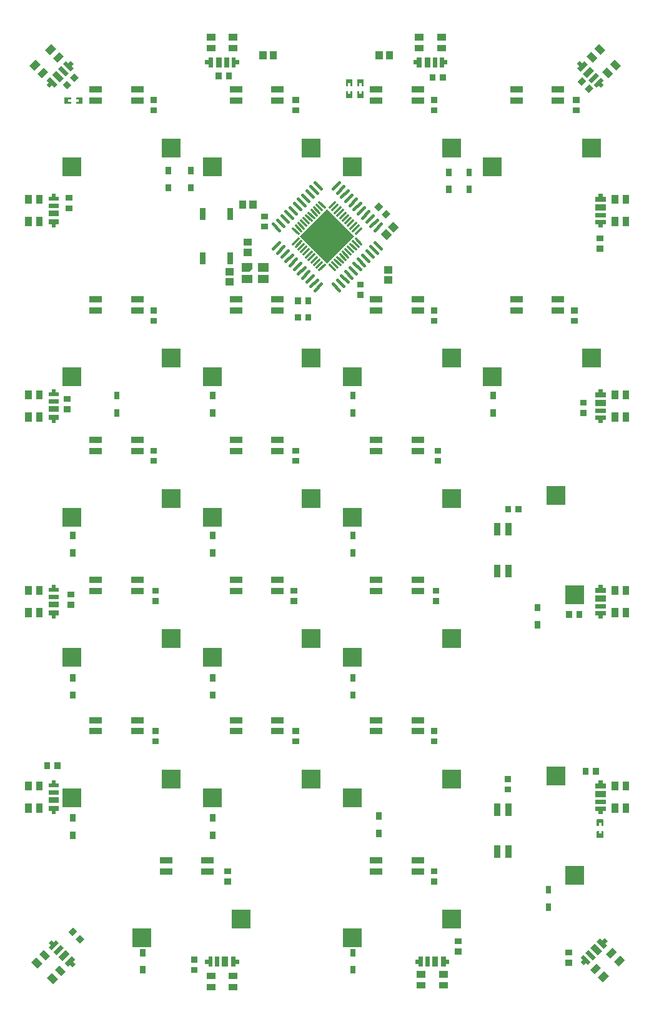
<source format=gbp>
G04 Layer: BottomPasteMaskLayer*
G04 EasyEDA v6.4.25, 2022-01-12T23:06:35+11:00*
G04 f164c25aadf14f42abcd0731058902df,bd1e99ad82f14e1cb325c08acf502db4,10*
G04 Gerber Generator version 0.2*
G04 Scale: 100 percent, Rotated: No, Reflected: No *
G04 Dimensions in millimeters *
G04 leading zeros omitted , absolute positions ,4 integer and 5 decimal *
%FSLAX45Y45*%
%MOMM*%

%ADD22C,0.3000*%
%ADD23C,0.4480*%
%ADD24R,1.8000X0.8200*%
%ADD25R,2.5500X2.5000*%
%ADD26R,0.8200X1.8000*%
%ADD27R,2.5000X2.5500*%

%LPD*%
G36*
X7910017Y-11059515D02*
G01*
X7904988Y-11064494D01*
X7904988Y-11144504D01*
X7910017Y-11149482D01*
X7990027Y-11149482D01*
X7995005Y-11144504D01*
X7995005Y-11064494D01*
X7990027Y-11059515D01*
X7965795Y-11059515D01*
X7965795Y-11096498D01*
X7932775Y-11096498D01*
X7932775Y-11059515D01*
G37*
G36*
X7910017Y-10900511D02*
G01*
X7904988Y-10905490D01*
X7904988Y-10984484D01*
X7910017Y-10989513D01*
X7932775Y-10989513D01*
X7932775Y-10951514D01*
X7965795Y-10951514D01*
X7965795Y-10989513D01*
X7990027Y-10989513D01*
X7995005Y-10984484D01*
X7995005Y-10905490D01*
X7990027Y-10900511D01*
G37*
G36*
X693013Y-1117498D02*
G01*
X687984Y-1122527D01*
X687984Y-1202486D01*
X693013Y-1207516D01*
X772972Y-1207516D01*
X778002Y-1202486D01*
X778002Y-1178306D01*
X741019Y-1178306D01*
X741019Y-1145286D01*
X778002Y-1145286D01*
X778002Y-1122527D01*
X772972Y-1117498D01*
G37*
G36*
X852982Y-1117498D02*
G01*
X848004Y-1122527D01*
X848004Y-1145286D01*
X886002Y-1145286D01*
X886002Y-1178306D01*
X848004Y-1178306D01*
X848004Y-1202486D01*
X852982Y-1207516D01*
X931976Y-1207516D01*
X937006Y-1202486D01*
X937006Y-1122527D01*
X931976Y-1117498D01*
G37*
G36*
X4510024Y-1034491D02*
G01*
X4504994Y-1039520D01*
X4504994Y-1119479D01*
X4510024Y-1124508D01*
X4589983Y-1124508D01*
X4595012Y-1119479D01*
X4595012Y-1039520D01*
X4589983Y-1034491D01*
X4565802Y-1034491D01*
X4565802Y-1071524D01*
X4532782Y-1071524D01*
X4532782Y-1034491D01*
G37*
G36*
X4510024Y-875487D02*
G01*
X4504994Y-880516D01*
X4504994Y-959510D01*
X4510024Y-964488D01*
X4532782Y-964488D01*
X4532782Y-926490D01*
X4565802Y-926490D01*
X4565802Y-964488D01*
X4589983Y-964488D01*
X4595012Y-959510D01*
X4595012Y-880516D01*
X4589983Y-875487D01*
G37*
G36*
X4659985Y-1034491D02*
G01*
X4655007Y-1039520D01*
X4655007Y-1119479D01*
X4659985Y-1124508D01*
X4739995Y-1124508D01*
X4745024Y-1119479D01*
X4745024Y-1039520D01*
X4739995Y-1034491D01*
X4715814Y-1034491D01*
X4715814Y-1071524D01*
X4682794Y-1071524D01*
X4682794Y-1034491D01*
G37*
G36*
X4659985Y-875487D02*
G01*
X4655007Y-880516D01*
X4655007Y-959510D01*
X4659985Y-964488D01*
X4682794Y-964488D01*
X4682794Y-926490D01*
X4715814Y-926490D01*
X4715814Y-964488D01*
X4739995Y-964488D01*
X4745024Y-959510D01*
X4745024Y-880516D01*
X4739995Y-875487D01*
G37*
D22*
X4639007Y-3035226D02*
G01*
X4709716Y-3105934D01*
X4603650Y-3070583D02*
G01*
X4674359Y-3141291D01*
X4568294Y-3105939D02*
G01*
X4639002Y-3176648D01*
X4532937Y-3141296D02*
G01*
X4603645Y-3212005D01*
X4497580Y-3176653D02*
G01*
X4568289Y-3247362D01*
X4462223Y-3212010D02*
G01*
X4532932Y-3282718D01*
X4426866Y-3247367D02*
G01*
X4497575Y-3318075D01*
X4391535Y-3282723D02*
G01*
X4462244Y-3353432D01*
X4356153Y-3318080D02*
G01*
X4426861Y-3388789D01*
X4320821Y-3353437D02*
G01*
X4391530Y-3424146D01*
X4285439Y-3388794D02*
G01*
X4356148Y-3459502D01*
X4214746Y-3388794D02*
G01*
X4144037Y-3459502D01*
X4179389Y-3353437D02*
G01*
X4108681Y-3424146D01*
X4144032Y-3318080D02*
G01*
X4073324Y-3388789D01*
X4108676Y-3282723D02*
G01*
X4037967Y-3353432D01*
X4073319Y-3247367D02*
G01*
X4002610Y-3318075D01*
X4037962Y-3212010D02*
G01*
X3967253Y-3282718D01*
X4002605Y-3176653D02*
G01*
X3931897Y-3247362D01*
X3967248Y-3141322D02*
G01*
X3896540Y-3212030D01*
X3931892Y-3105939D02*
G01*
X3861183Y-3176648D01*
X3896560Y-3070608D02*
G01*
X3825852Y-3141317D01*
X3861178Y-3035226D02*
G01*
X3790469Y-3105934D01*
X3790469Y-2893824D02*
G01*
X3861178Y-2964533D01*
X3825852Y-2858442D02*
G01*
X3896560Y-2929150D01*
X3861183Y-2823110D02*
G01*
X3931892Y-2893819D01*
X3896540Y-2787728D02*
G01*
X3967248Y-2858437D01*
X3931897Y-2752397D02*
G01*
X4002605Y-2823105D01*
X3967253Y-2717040D02*
G01*
X4037962Y-2787749D01*
X4002610Y-2681683D02*
G01*
X4073319Y-2752392D01*
X4037967Y-2646326D02*
G01*
X4108676Y-2717035D01*
X4073324Y-2610970D02*
G01*
X4144032Y-2681678D01*
X4108681Y-2575613D02*
G01*
X4179389Y-2646321D01*
X4144037Y-2540256D02*
G01*
X4214746Y-2610965D01*
X4356148Y-2540256D02*
G01*
X4285439Y-2610965D01*
X4391530Y-2575638D02*
G01*
X4320821Y-2646347D01*
X4426861Y-2610970D02*
G01*
X4356153Y-2681678D01*
X4462244Y-2646326D02*
G01*
X4391535Y-2717035D01*
X4497575Y-2681683D02*
G01*
X4426866Y-2752392D01*
X4532932Y-2717040D02*
G01*
X4462223Y-2787749D01*
X4568289Y-2752397D02*
G01*
X4497580Y-2823105D01*
X4603645Y-2787754D02*
G01*
X4532937Y-2858462D01*
X4639002Y-2823110D02*
G01*
X4568294Y-2893819D01*
X4674359Y-2858467D02*
G01*
X4603650Y-2929176D01*
X4709716Y-2893824D02*
G01*
X4639007Y-2964533D01*
D23*
X4895154Y-3079485D02*
G01*
X4982550Y-3166882D01*
X4838588Y-3136051D02*
G01*
X4925984Y-3223447D01*
X4782022Y-3192617D02*
G01*
X4869418Y-3280013D01*
X4725456Y-3249183D02*
G01*
X4812852Y-3336579D01*
X4668890Y-3305749D02*
G01*
X4756287Y-3393145D01*
X4612325Y-3362314D02*
G01*
X4699721Y-3449711D01*
X4555733Y-3418880D02*
G01*
X4643130Y-3506276D01*
X4499193Y-3475446D02*
G01*
X4586589Y-3562842D01*
X4442602Y-3532037D02*
G01*
X4529998Y-3619433D01*
X4386061Y-3588578D02*
G01*
X4473458Y-3675974D01*
X4329470Y-3645169D02*
G01*
X4416866Y-3732565D01*
X4083141Y-3732565D02*
G01*
X4170537Y-3645169D01*
X4026550Y-3675974D02*
G01*
X4113946Y-3588578D01*
X3969984Y-3619433D02*
G01*
X4057380Y-3532037D01*
X3913418Y-3562842D02*
G01*
X4000814Y-3475446D01*
X3856852Y-3506276D02*
G01*
X3944249Y-3418880D01*
X3800287Y-3449711D02*
G01*
X3887683Y-3362314D01*
X3743721Y-3393145D02*
G01*
X3831117Y-3305749D01*
X3687155Y-3336579D02*
G01*
X3774551Y-3249183D01*
X3630589Y-3280013D02*
G01*
X3717985Y-3192617D01*
X3574023Y-3223447D02*
G01*
X3661420Y-3136051D01*
X3517432Y-3166882D02*
G01*
X3604828Y-3079485D01*
X3517432Y-2833131D02*
G01*
X3604828Y-2920527D01*
X3574023Y-2776565D02*
G01*
X3661420Y-2863961D01*
X3630589Y-2719999D02*
G01*
X3717985Y-2807395D01*
X3687155Y-2663408D02*
G01*
X3774551Y-2750804D01*
X3743721Y-2606868D02*
G01*
X3831117Y-2694264D01*
X3800287Y-2550276D02*
G01*
X3887683Y-2637673D01*
X3856852Y-2493711D02*
G01*
X3944249Y-2581107D01*
X3913418Y-2437145D02*
G01*
X4000814Y-2524541D01*
X3969984Y-2380579D02*
G01*
X4057380Y-2467975D01*
X4026550Y-2324013D02*
G01*
X4113946Y-2411409D01*
X4083141Y-2267447D02*
G01*
X4170537Y-2354844D01*
X4329470Y-2354844D02*
G01*
X4416866Y-2267447D01*
X4386061Y-2411409D02*
G01*
X4473458Y-2324013D01*
X4442602Y-2467975D02*
G01*
X4529998Y-2380579D01*
X4499193Y-2524541D02*
G01*
X4586589Y-2437145D01*
X4555733Y-2581107D02*
G01*
X4643130Y-2493711D01*
X4612325Y-2637673D02*
G01*
X4699721Y-2550276D01*
X4668890Y-2694264D02*
G01*
X4756287Y-2606868D01*
X4725456Y-2750804D02*
G01*
X4812852Y-2663408D01*
X4782022Y-2807395D02*
G01*
X4869418Y-2719999D01*
X4838588Y-2863961D02*
G01*
X4925984Y-2776565D01*
X4895154Y-2920527D02*
G01*
X4982550Y-2833131D01*
D24*
G01*
X3014522Y-1157554D03*
G01*
X3014522Y-1007541D03*
G01*
X3579545Y-1007541D03*
G01*
X3579545Y-1157554D03*
D25*
G01*
X4035958Y-1803907D03*
G01*
X2690952Y-2057907D03*
D24*
G01*
X4914442Y-1157554D03*
G01*
X4914442Y-1007541D03*
G01*
X5479465Y-1007541D03*
G01*
X5479465Y-1157554D03*
D25*
G01*
X5935878Y-1803907D03*
G01*
X4590897Y-2057907D03*
D24*
G01*
X6814616Y-1157554D03*
G01*
X6814616Y-1007541D03*
G01*
X7379639Y-1007541D03*
G01*
X7379639Y-1157554D03*
D25*
G01*
X7836052Y-1803907D03*
G01*
X6491071Y-2057907D03*
D24*
G01*
X1114602Y-4007688D03*
G01*
X1114602Y-3857675D03*
G01*
X1679625Y-3857675D03*
G01*
X1679625Y-4007688D03*
D25*
G01*
X2136038Y-4654042D03*
G01*
X791057Y-4908042D03*
D24*
G01*
X3014522Y-4007688D03*
G01*
X3014522Y-3857675D03*
G01*
X3579545Y-3857675D03*
G01*
X3579545Y-4007688D03*
D25*
G01*
X4035958Y-4654042D03*
G01*
X2690952Y-4908042D03*
D24*
G01*
X4914569Y-4007637D03*
G01*
X4914569Y-3857650D03*
G01*
X5479567Y-3857650D03*
G01*
X5479567Y-4007662D03*
D25*
G01*
X5936005Y-4653991D03*
G01*
X4590999Y-4907991D03*
D24*
G01*
X6814616Y-4007688D03*
G01*
X6814616Y-3857675D03*
G01*
X7379639Y-3857675D03*
G01*
X7379639Y-4007688D03*
D25*
G01*
X7836052Y-4654042D03*
G01*
X6491071Y-4908042D03*
D24*
G01*
X1114552Y-5907633D03*
G01*
X1114552Y-5757646D03*
G01*
X1679575Y-5757646D03*
G01*
X1679575Y-5907659D03*
D25*
G01*
X2135987Y-6554012D03*
G01*
X791006Y-6808012D03*
D24*
G01*
X3014522Y-5907608D03*
G01*
X3014522Y-5757595D03*
G01*
X3579545Y-5757595D03*
G01*
X3579545Y-5907608D03*
D25*
G01*
X4035958Y-6553962D03*
G01*
X2690952Y-6807962D03*
D24*
G01*
X4914442Y-5907608D03*
G01*
X4914442Y-5757595D03*
G01*
X5479465Y-5757595D03*
G01*
X5479465Y-5907608D03*
D25*
G01*
X5935878Y-6553962D03*
G01*
X4590897Y-6807962D03*
D26*
G01*
X6707708Y-7535367D03*
G01*
X6557695Y-7535367D03*
G01*
X6557695Y-6970344D03*
G01*
X6707708Y-6970344D03*
D27*
G01*
X7354061Y-6513931D03*
G01*
X7608061Y-7858937D03*
D24*
G01*
X1114602Y-7807528D03*
G01*
X1114602Y-7657515D03*
G01*
X1679625Y-7657515D03*
G01*
X1679625Y-7807528D03*
D25*
G01*
X2136038Y-8453881D03*
G01*
X791057Y-8707881D03*
D24*
G01*
X3014522Y-7807528D03*
G01*
X3014522Y-7657515D03*
G01*
X3579545Y-7657515D03*
G01*
X3579545Y-7807528D03*
D25*
G01*
X4035958Y-8453881D03*
G01*
X2690952Y-8707881D03*
D24*
G01*
X4914442Y-7807528D03*
G01*
X4914442Y-7657515D03*
G01*
X5479465Y-7657515D03*
G01*
X5479465Y-7807528D03*
D25*
G01*
X5935878Y-8453881D03*
G01*
X4590897Y-8707881D03*
D24*
G01*
X1114602Y-9707702D03*
G01*
X1114602Y-9557689D03*
G01*
X1679625Y-9557689D03*
G01*
X1679625Y-9707702D03*
D25*
G01*
X2136038Y-10354055D03*
G01*
X791057Y-10608055D03*
D24*
G01*
X3014522Y-9707702D03*
G01*
X3014522Y-9557689D03*
G01*
X3579545Y-9557689D03*
G01*
X3579545Y-9707702D03*
D25*
G01*
X4035958Y-10354055D03*
G01*
X2690952Y-10608055D03*
D24*
G01*
X4914442Y-9707702D03*
G01*
X4914442Y-9557689D03*
G01*
X5479465Y-9557689D03*
G01*
X5479465Y-9707702D03*
D25*
G01*
X5935878Y-10354055D03*
G01*
X4590897Y-10608055D03*
D26*
G01*
X6707708Y-11335461D03*
G01*
X6557695Y-11335461D03*
G01*
X6557695Y-10770438D03*
G01*
X6707708Y-10770438D03*
D27*
G01*
X7354061Y-10314025D03*
G01*
X7608061Y-11659006D03*
D24*
G01*
X2064562Y-11607622D03*
G01*
X2064562Y-11457609D03*
G01*
X2629585Y-11457609D03*
G01*
X2629585Y-11607622D03*
D25*
G01*
X3085998Y-12253976D03*
G01*
X1741017Y-12507976D03*
D24*
G01*
X4914442Y-11607622D03*
G01*
X4914442Y-11457609D03*
G01*
X5479465Y-11457609D03*
G01*
X5479465Y-11607622D03*
D25*
G01*
X5935878Y-12253976D03*
G01*
X4590897Y-12507976D03*
D24*
G01*
X1114552Y-1157630D03*
G01*
X1114552Y-1007643D03*
G01*
X1679575Y-1007643D03*
G01*
X1679575Y-1157655D03*
D25*
G01*
X2135987Y-1804009D03*
G01*
X791006Y-2058009D03*
G36*
X8104997Y-10689996D02*
G01*
X8104997Y-10809996D01*
X8195000Y-10809996D01*
X8195000Y-10689996D01*
G37*
G36*
X8255010Y-10689996D02*
G01*
X8255010Y-10809996D01*
X8345012Y-10809996D01*
X8345012Y-10689996D01*
G37*
G36*
X8255010Y-10389996D02*
G01*
X8255010Y-10509996D01*
X8345012Y-10509996D01*
X8345012Y-10389996D01*
G37*
G36*
X8104997Y-10389996D02*
G01*
X8104997Y-10509996D01*
X8195000Y-10509996D01*
X8195000Y-10389996D01*
G37*
G36*
X7901508Y-12853784D02*
G01*
X7816654Y-12938638D01*
X7880296Y-13002277D01*
X7965147Y-12917426D01*
G37*
G36*
X8007581Y-12959859D02*
G01*
X7922729Y-13044711D01*
X7986369Y-13108353D01*
X8071223Y-13023499D01*
G37*
G36*
X8219714Y-12747726D02*
G01*
X8134860Y-12832580D01*
X8198502Y-12896220D01*
X8283354Y-12811368D01*
G37*
G36*
X8113638Y-12641653D02*
G01*
X8028785Y-12726504D01*
X8092427Y-12790147D01*
X8177281Y-12705293D01*
G37*
G36*
X5585002Y-12954998D02*
G01*
X5465003Y-12954998D01*
X5465003Y-13045000D01*
X5585002Y-13045000D01*
G37*
G36*
X5585002Y-13105010D02*
G01*
X5465003Y-13105010D01*
X5465003Y-13195012D01*
X5585002Y-13195012D01*
G37*
G36*
X5885002Y-13105010D02*
G01*
X5765002Y-13105010D01*
X5765002Y-13195012D01*
X5885002Y-13195012D01*
G37*
G36*
X5885002Y-12954998D02*
G01*
X5765002Y-12954998D01*
X5765002Y-13045000D01*
X5885002Y-13045000D01*
G37*
G36*
X2735003Y-12979996D02*
G01*
X2615003Y-12979996D01*
X2615003Y-13069999D01*
X2735003Y-13069999D01*
G37*
G36*
X2735003Y-13130009D02*
G01*
X2615003Y-13130009D01*
X2615003Y-13220011D01*
X2735003Y-13220011D01*
G37*
G36*
X3035002Y-13130009D02*
G01*
X2915003Y-13130009D01*
X2915003Y-13220011D01*
X3035002Y-13220011D01*
G37*
G36*
X3035002Y-12979996D02*
G01*
X2915003Y-12979996D01*
X2915003Y-13069999D01*
X3035002Y-13069999D01*
G37*
G36*
X496216Y-12751508D02*
G01*
X411363Y-12666654D01*
X347723Y-12730297D01*
X432574Y-12815148D01*
G37*
G36*
X390141Y-12857581D02*
G01*
X305290Y-12772730D01*
X241647Y-12836370D01*
X326501Y-12921223D01*
G37*
G36*
X602274Y-13069714D02*
G01*
X517420Y-12984861D01*
X453781Y-13048503D01*
X538632Y-13133354D01*
G37*
G36*
X708347Y-12963639D02*
G01*
X623496Y-12878785D01*
X559854Y-12942427D01*
X644707Y-13027281D01*
G37*
G36*
X395003Y-10510001D02*
G01*
X395003Y-10390002D01*
X305000Y-10390002D01*
X305000Y-10510001D01*
G37*
G36*
X244990Y-10510001D02*
G01*
X244990Y-10390002D01*
X154988Y-10390002D01*
X154988Y-10510001D01*
G37*
G36*
X244990Y-10810001D02*
G01*
X244990Y-10690001D01*
X154988Y-10690001D01*
X154988Y-10810001D01*
G37*
G36*
X395003Y-10810001D02*
G01*
X395003Y-10690001D01*
X305000Y-10690001D01*
X305000Y-10810001D01*
G37*
G36*
X395003Y-7860002D02*
G01*
X395003Y-7740002D01*
X305000Y-7740002D01*
X305000Y-7860002D01*
G37*
G36*
X244990Y-7860002D02*
G01*
X244990Y-7740002D01*
X154988Y-7740002D01*
X154988Y-7860002D01*
G37*
G36*
X244990Y-8160001D02*
G01*
X244990Y-8040001D01*
X154988Y-8040001D01*
X154988Y-8160001D01*
G37*
G36*
X395003Y-8160001D02*
G01*
X395003Y-8040001D01*
X305000Y-8040001D01*
X305000Y-8160001D01*
G37*
G36*
X395003Y-5210002D02*
G01*
X395003Y-5090002D01*
X305000Y-5090002D01*
X305000Y-5210002D01*
G37*
G36*
X244990Y-5210002D02*
G01*
X244990Y-5090002D01*
X154988Y-5090002D01*
X154988Y-5210002D01*
G37*
G36*
X244990Y-5510001D02*
G01*
X244990Y-5390001D01*
X154988Y-5390004D01*
X154988Y-5510001D01*
G37*
G36*
X395003Y-5510001D02*
G01*
X395003Y-5390001D01*
X305000Y-5390001D01*
X305000Y-5510001D01*
G37*
G36*
X395003Y-2560002D02*
G01*
X395003Y-2440002D01*
X305000Y-2440002D01*
X305000Y-2560002D01*
G37*
G36*
X244990Y-2560002D02*
G01*
X244990Y-2440002D01*
X154988Y-2440002D01*
X154988Y-2560002D01*
G37*
G36*
X244990Y-2860001D02*
G01*
X244990Y-2740002D01*
X154988Y-2740002D01*
X154988Y-2860001D01*
G37*
G36*
X395003Y-2860001D02*
G01*
X395003Y-2740002D01*
X305000Y-2740002D01*
X305000Y-2860001D01*
G37*
G36*
X8104997Y-8039996D02*
G01*
X8104997Y-8159996D01*
X8195000Y-8159996D01*
X8195000Y-8039996D01*
G37*
G36*
X8255010Y-8039996D02*
G01*
X8255010Y-8159996D01*
X8345012Y-8159996D01*
X8345012Y-8039996D01*
G37*
G36*
X8255010Y-7739997D02*
G01*
X8255010Y-7859996D01*
X8345012Y-7859996D01*
X8345012Y-7739997D01*
G37*
G36*
X8104997Y-7739997D02*
G01*
X8104997Y-7859996D01*
X8195000Y-7859996D01*
X8195000Y-7739997D01*
G37*
G36*
X8104997Y-5389996D02*
G01*
X8104997Y-5509996D01*
X8195000Y-5509996D01*
X8195000Y-5389996D01*
G37*
G36*
X8255010Y-5389996D02*
G01*
X8255010Y-5509996D01*
X8345012Y-5509996D01*
X8345012Y-5389996D01*
G37*
G36*
X8255010Y-5089997D02*
G01*
X8255010Y-5209997D01*
X8345012Y-5209994D01*
X8345012Y-5089997D01*
G37*
G36*
X8104997Y-5089997D02*
G01*
X8104997Y-5209997D01*
X8195000Y-5209997D01*
X8195000Y-5089997D01*
G37*
G36*
X8104997Y-2739997D02*
G01*
X8104997Y-2859996D01*
X8195000Y-2859996D01*
X8195000Y-2739997D01*
G37*
G36*
X8255010Y-2739997D02*
G01*
X8255010Y-2859996D01*
X8345012Y-2859996D01*
X8345012Y-2739997D01*
G37*
G36*
X8255010Y-2439997D02*
G01*
X8255010Y-2559997D01*
X8345012Y-2559997D01*
X8345012Y-2439997D01*
G37*
G36*
X8104997Y-2439997D02*
G01*
X8104997Y-2559997D01*
X8195000Y-2559997D01*
X8195000Y-2439997D01*
G37*
G36*
X7978782Y-773490D02*
G01*
X8063636Y-858344D01*
X8127276Y-794702D01*
X8042424Y-709851D01*
G37*
G36*
X8084858Y-667418D02*
G01*
X8169709Y-752269D01*
X8233351Y-688629D01*
X8148497Y-603775D01*
G37*
G36*
X7872724Y-455284D02*
G01*
X7957578Y-540138D01*
X8021218Y-476496D01*
X7936367Y-391645D01*
G37*
G36*
X7766651Y-561360D02*
G01*
X7851503Y-646214D01*
X7915145Y-582571D01*
X7830291Y-497718D01*
G37*
G36*
X5739998Y-495002D02*
G01*
X5859998Y-495002D01*
X5859998Y-405000D01*
X5739998Y-405000D01*
G37*
G36*
X5739998Y-344990D02*
G01*
X5859998Y-344990D01*
X5859998Y-254988D01*
X5739998Y-254988D01*
G37*
G36*
X5439999Y-344990D02*
G01*
X5559999Y-344990D01*
X5559999Y-254988D01*
X5439999Y-254988D01*
G37*
G36*
X5439999Y-495002D02*
G01*
X5559999Y-495002D01*
X5559999Y-405000D01*
X5439999Y-405000D01*
G37*
G36*
X2914997Y-495002D02*
G01*
X3034997Y-495002D01*
X3034997Y-405000D01*
X2914997Y-405000D01*
G37*
G36*
X2914997Y-344990D02*
G01*
X3034997Y-344990D01*
X3034997Y-254988D01*
X2914997Y-254988D01*
G37*
G36*
X2614998Y-344990D02*
G01*
X2734998Y-344990D01*
X2734998Y-254988D01*
X2614998Y-254988D01*
G37*
G36*
X2614998Y-495002D02*
G01*
X2734998Y-495002D01*
X2734998Y-405000D01*
X2614998Y-405000D01*
G37*
G36*
X598490Y-646216D02*
G01*
X683343Y-561362D01*
X619701Y-497723D01*
X534850Y-582574D01*
G37*
G36*
X492417Y-540141D02*
G01*
X577268Y-455289D01*
X513628Y-391647D01*
X428774Y-476501D01*
G37*
G36*
X280283Y-752274D02*
G01*
X365137Y-667420D01*
X301495Y-603780D01*
X216644Y-688632D01*
G37*
G36*
X386359Y-858347D02*
G01*
X471213Y-773496D01*
X407570Y-709853D01*
X322717Y-794707D01*
G37*
G36*
X2137501Y-2157745D02*
G01*
X2137501Y-2057742D01*
X2062500Y-2057742D01*
X2062500Y-2157745D01*
G37*
G36*
X2137501Y-2392250D02*
G01*
X2137501Y-2292248D01*
X2062500Y-2292248D01*
X2062500Y-2392250D01*
G37*
G36*
X2437500Y-2157745D02*
G01*
X2437500Y-2057742D01*
X2362499Y-2057742D01*
X2362499Y-2157745D01*
G37*
G36*
X2437500Y-2392250D02*
G01*
X2437500Y-2292248D01*
X2362499Y-2292248D01*
X2362499Y-2392250D01*
G37*
G36*
X5937501Y-2182746D02*
G01*
X5937501Y-2082744D01*
X5862500Y-2082744D01*
X5862500Y-2182746D01*
G37*
G36*
X5937501Y-2417251D02*
G01*
X5937501Y-2317249D01*
X5862500Y-2317249D01*
X5862500Y-2417251D01*
G37*
G36*
X6212499Y-2182746D02*
G01*
X6212499Y-2082744D01*
X6137498Y-2082744D01*
X6137498Y-2182746D01*
G37*
G36*
X6212499Y-2417251D02*
G01*
X6212499Y-2317249D01*
X6137498Y-2317249D01*
X6137498Y-2417251D01*
G37*
G36*
X6537500Y-5207746D02*
G01*
X6537500Y-5107744D01*
X6462499Y-5107744D01*
X6462499Y-5207746D01*
G37*
G36*
X6537500Y-5442252D02*
G01*
X6537500Y-5342249D01*
X6462499Y-5342249D01*
X6462499Y-5442252D01*
G37*
G36*
X4637501Y-5207746D02*
G01*
X4637501Y-5107744D01*
X4562500Y-5107744D01*
X4562500Y-5207746D01*
G37*
G36*
X4637501Y-5442252D02*
G01*
X4637501Y-5342249D01*
X4562500Y-5342249D01*
X4562500Y-5442252D01*
G37*
G36*
X2737500Y-5207746D02*
G01*
X2737500Y-5107744D01*
X2662499Y-5107744D01*
X2662499Y-5207746D01*
G37*
G36*
X2737500Y-5442252D02*
G01*
X2737500Y-5342249D01*
X2662499Y-5342249D01*
X2662499Y-5442252D01*
G37*
G36*
X1437500Y-5207746D02*
G01*
X1437500Y-5107744D01*
X1362499Y-5107744D01*
X1362499Y-5207746D01*
G37*
G36*
X1437500Y-5442252D02*
G01*
X1437500Y-5342249D01*
X1362499Y-5342249D01*
X1362499Y-5442252D01*
G37*
G36*
X837501Y-7107745D02*
G01*
X837501Y-7007743D01*
X762500Y-7007743D01*
X762500Y-7107745D01*
G37*
G36*
X837501Y-7342251D02*
G01*
X837501Y-7242248D01*
X762500Y-7242248D01*
X762500Y-7342251D01*
G37*
G36*
X2737500Y-7107745D02*
G01*
X2737500Y-7007743D01*
X2662499Y-7007743D01*
X2662499Y-7107745D01*
G37*
G36*
X2737500Y-7342251D02*
G01*
X2737500Y-7242248D01*
X2662499Y-7242248D01*
X2662499Y-7342251D01*
G37*
G36*
X4637501Y-7107745D02*
G01*
X4637501Y-7007743D01*
X4562500Y-7007743D01*
X4562500Y-7107745D01*
G37*
G36*
X4637501Y-7342251D02*
G01*
X4637501Y-7242248D01*
X4562500Y-7242248D01*
X4562500Y-7342251D01*
G37*
G36*
X7137501Y-8082747D02*
G01*
X7137501Y-7982745D01*
X7062500Y-7982745D01*
X7062500Y-8082747D01*
G37*
G36*
X7137501Y-8317252D02*
G01*
X7137501Y-8217250D01*
X7062500Y-8217250D01*
X7062500Y-8317252D01*
G37*
G36*
X4637501Y-9032745D02*
G01*
X4637501Y-8932743D01*
X4562500Y-8932743D01*
X4562500Y-9032745D01*
G37*
G36*
X4637501Y-9267250D02*
G01*
X4637501Y-9167248D01*
X4562500Y-9167248D01*
X4562500Y-9267250D01*
G37*
G36*
X2737500Y-9032745D02*
G01*
X2737500Y-8932743D01*
X2662499Y-8932743D01*
X2662499Y-9032745D01*
G37*
G36*
X2737500Y-9267250D02*
G01*
X2737500Y-9167248D01*
X2662499Y-9167248D01*
X2662499Y-9267250D01*
G37*
G36*
X837501Y-9032745D02*
G01*
X837501Y-8932743D01*
X762500Y-8932743D01*
X762500Y-9032745D01*
G37*
G36*
X837501Y-9267250D02*
G01*
X837501Y-9167248D01*
X762500Y-9167248D01*
X762500Y-9267250D01*
G37*
G36*
X7287501Y-11907746D02*
G01*
X7287501Y-11807743D01*
X7212500Y-11807743D01*
X7212500Y-11907746D01*
G37*
G36*
X7287501Y-12142251D02*
G01*
X7287501Y-12042249D01*
X7212500Y-12042249D01*
X7212500Y-12142251D01*
G37*
G36*
X4987500Y-10907745D02*
G01*
X4987500Y-10807743D01*
X4912499Y-10807743D01*
X4912499Y-10907745D01*
G37*
G36*
X4987500Y-11142251D02*
G01*
X4987500Y-11042248D01*
X4912499Y-11042248D01*
X4912499Y-11142251D01*
G37*
G36*
X2737500Y-10932746D02*
G01*
X2737500Y-10832744D01*
X2662499Y-10832744D01*
X2662499Y-10932746D01*
G37*
G36*
X2737500Y-11167252D02*
G01*
X2737500Y-11067249D01*
X2662499Y-11067249D01*
X2662499Y-11167252D01*
G37*
G36*
X837501Y-10932746D02*
G01*
X837501Y-10832744D01*
X762500Y-10832744D01*
X762500Y-10932746D01*
G37*
G36*
X837501Y-11167252D02*
G01*
X837501Y-11067249D01*
X762500Y-11067249D01*
X762500Y-11167252D01*
G37*
G36*
X1787499Y-12757746D02*
G01*
X1787499Y-12657744D01*
X1712498Y-12657744D01*
X1712498Y-12757746D01*
G37*
G36*
X1787499Y-12992252D02*
G01*
X1787499Y-12892250D01*
X1712498Y-12892250D01*
X1712498Y-12992252D01*
G37*
G36*
X4637501Y-12757746D02*
G01*
X4637501Y-12657744D01*
X4562500Y-12657744D01*
X4562500Y-12757746D01*
G37*
G36*
X4637501Y-12992252D02*
G01*
X4637501Y-12892250D01*
X4562500Y-12892250D01*
X4562500Y-12992252D01*
G37*
G36*
X4617806Y-2999877D02*
G01*
X4250110Y-2632181D01*
X3882415Y-2999877D01*
X4250110Y-3367570D01*
G37*
G36*
X3054990Y-2629999D02*
G01*
X3154989Y-2629999D01*
X3154989Y-2520000D01*
X3054990Y-2520000D01*
G37*
G36*
X3194989Y-2629999D02*
G01*
X3294989Y-2629999D01*
X3294989Y-2520000D01*
X3194989Y-2520000D01*
G37*
G36*
X3120001Y-3029993D02*
G01*
X3120001Y-3129988D01*
X3230001Y-3129991D01*
X3230001Y-3029991D01*
G37*
G36*
X3120001Y-3169991D02*
G01*
X3120001Y-3269990D01*
X3230001Y-3269990D01*
X3230001Y-3169991D01*
G37*
G36*
X2870001Y-3429993D02*
G01*
X2870001Y-3529987D01*
X2980001Y-3529990D01*
X2980001Y-3429990D01*
G37*
G36*
X2870001Y-3569990D02*
G01*
X2870001Y-3669990D01*
X2980001Y-3669990D01*
X2980001Y-3569990D01*
G37*
G36*
X5145968Y-2801251D02*
G01*
X5075260Y-2871960D01*
X5153040Y-2949742D01*
X5223751Y-2879031D01*
G37*
G36*
X5046974Y-2900245D02*
G01*
X4976263Y-2970956D01*
X5054046Y-3048736D01*
X5124757Y-2978028D01*
G37*
G36*
X5020002Y-3404991D02*
G01*
X5020002Y-3504986D01*
X5130002Y-3504989D01*
X5130002Y-3404989D01*
G37*
G36*
X5020002Y-3544989D02*
G01*
X5020002Y-3644988D01*
X5130002Y-3644988D01*
X5130002Y-3544989D01*
G37*
G36*
X5145008Y-495002D02*
G01*
X5045014Y-495002D01*
X5045011Y-605002D01*
X5145011Y-605002D01*
G37*
G36*
X5005011Y-495002D02*
G01*
X4905011Y-495002D01*
X4905011Y-605002D01*
X5005011Y-605002D01*
G37*
G36*
X3329993Y-604997D02*
G01*
X3429988Y-604997D01*
X3429990Y-494997D01*
X3329990Y-494997D01*
G37*
G36*
X3469990Y-604997D02*
G01*
X3569990Y-604997D01*
X3569990Y-494997D01*
X3469990Y-494997D01*
G37*
G36*
X837133Y-12799496D02*
G01*
X791176Y-12753540D01*
X692180Y-12852537D01*
X738136Y-12898493D01*
X766422Y-12870207D01*
X798240Y-12902026D01*
X837130Y-12863136D01*
X805312Y-12831318D01*
G37*
G36*
X762888Y-12725252D02*
G01*
X706320Y-12668684D01*
X607324Y-12767680D01*
X663892Y-12824251D01*
G37*
G36*
X681570Y-12643934D02*
G01*
X639142Y-12601508D01*
X540148Y-12700502D01*
X582574Y-12742928D01*
G37*
G36*
X614395Y-12576759D02*
G01*
X575503Y-12537866D01*
X543681Y-12569687D01*
X511863Y-12537869D01*
X472973Y-12576759D01*
X504791Y-12608577D01*
X476506Y-12636863D01*
X515399Y-12675755D01*
G37*
G36*
X3010001Y-12759999D02*
G01*
X2945010Y-12759999D01*
X2945010Y-12900002D01*
X3010001Y-12900002D01*
X3010001Y-12859999D01*
X3055000Y-12859999D01*
X3055000Y-12805001D01*
X3010001Y-12805001D01*
G37*
G36*
X2905005Y-12759999D02*
G01*
X2825005Y-12759999D01*
X2825005Y-12900002D01*
X2905005Y-12900002D01*
G37*
G36*
X2790002Y-12759999D02*
G01*
X2730002Y-12759999D01*
X2730002Y-12899999D01*
X2790002Y-12899999D01*
G37*
G36*
X2695000Y-12759999D02*
G01*
X2639999Y-12759999D01*
X2639999Y-12805001D01*
X2595001Y-12805001D01*
X2595001Y-12859999D01*
X2639999Y-12859999D01*
X2639999Y-12900002D01*
X2695000Y-12900002D01*
G37*
G36*
X5860000Y-12759999D02*
G01*
X5795009Y-12759999D01*
X5795009Y-12900002D01*
X5860000Y-12900002D01*
X5860000Y-12859999D01*
X5904999Y-12859999D01*
X5904999Y-12805001D01*
X5860000Y-12805001D01*
G37*
G36*
X5755004Y-12759999D02*
G01*
X5675005Y-12759999D01*
X5675005Y-12900002D01*
X5755004Y-12900002D01*
G37*
G36*
X5640001Y-12759999D02*
G01*
X5580001Y-12759999D01*
X5580001Y-12899999D01*
X5640001Y-12899999D01*
G37*
G36*
X5545000Y-12759999D02*
G01*
X5489999Y-12759999D01*
X5489999Y-12805001D01*
X5445000Y-12805001D01*
X5445000Y-12859999D01*
X5489999Y-12859999D01*
X5489999Y-12900002D01*
X5545000Y-12900002D01*
G37*
G36*
X7884998Y-10414998D02*
G01*
X7884998Y-10479991D01*
X8025000Y-10479991D01*
X8025000Y-10414998D01*
X7984997Y-10414998D01*
X7984997Y-10369999D01*
X7929999Y-10369999D01*
X7929999Y-10414998D01*
G37*
G36*
X7884998Y-10519996D02*
G01*
X7884998Y-10599996D01*
X8025000Y-10599996D01*
X8025002Y-10519994D01*
G37*
G36*
X7884998Y-10634997D02*
G01*
X7885000Y-10694997D01*
X8024997Y-10694997D01*
X8024997Y-10634997D01*
G37*
G36*
X7884998Y-10729996D02*
G01*
X7884998Y-10785000D01*
X7929999Y-10785000D01*
X7929999Y-10829998D01*
X7984997Y-10829998D01*
X7984997Y-10785000D01*
X8025000Y-10785000D01*
X8025000Y-10729996D01*
G37*
G36*
X7884998Y-7764998D02*
G01*
X7884998Y-7829991D01*
X8025000Y-7829991D01*
X8025000Y-7764998D01*
X7984997Y-7764998D01*
X7984997Y-7719999D01*
X7929999Y-7719999D01*
X7929999Y-7764998D01*
G37*
G36*
X7884998Y-7869996D02*
G01*
X7884998Y-7949996D01*
X8025000Y-7949996D01*
X8025002Y-7869994D01*
G37*
G36*
X7884998Y-7984997D02*
G01*
X7885000Y-8044997D01*
X8024997Y-8044997D01*
X8024997Y-7984997D01*
G37*
G36*
X7884998Y-8079996D02*
G01*
X7884998Y-8135000D01*
X7929999Y-8135000D01*
X7929999Y-8179998D01*
X7984997Y-8179998D01*
X7984997Y-8135000D01*
X8025000Y-8135000D01*
X8025000Y-8079996D01*
G37*
G36*
X7949496Y-12512868D02*
G01*
X7903540Y-12558824D01*
X8002536Y-12657820D01*
X8048492Y-12611864D01*
X8020207Y-12583579D01*
X8052026Y-12551760D01*
X8013136Y-12512870D01*
X7981317Y-12544689D01*
G37*
G36*
X7875252Y-12587112D02*
G01*
X7818683Y-12643680D01*
X7917680Y-12742677D01*
X7974251Y-12686108D01*
G37*
G36*
X7793934Y-12668430D02*
G01*
X7751508Y-12710858D01*
X7850502Y-12809852D01*
X7892928Y-12767426D01*
G37*
G36*
X7726758Y-12735605D02*
G01*
X7687866Y-12774498D01*
X7719687Y-12806319D01*
X7687868Y-12838137D01*
X7726758Y-12877027D01*
X7758577Y-12845209D01*
X7786862Y-12873494D01*
X7825755Y-12834602D01*
G37*
G36*
X7637866Y-725502D02*
G01*
X7683822Y-771458D01*
X7782819Y-672462D01*
X7736862Y-626506D01*
X7708577Y-654791D01*
X7676758Y-622973D01*
X7637868Y-661863D01*
X7669687Y-693681D01*
G37*
G36*
X7712110Y-799746D02*
G01*
X7768678Y-856315D01*
X7867675Y-757318D01*
X7811107Y-700747D01*
G37*
G36*
X7793428Y-881065D02*
G01*
X7835856Y-923490D01*
X7934850Y-824496D01*
X7892425Y-782071D01*
G37*
G36*
X7860604Y-948240D02*
G01*
X7899496Y-987132D01*
X7931317Y-955311D01*
X7963136Y-987130D01*
X8002026Y-948240D01*
X7970207Y-916421D01*
X7998493Y-888136D01*
X7959600Y-849243D01*
G37*
G36*
X7884998Y-2464998D02*
G01*
X7884998Y-2529989D01*
X8025000Y-2529989D01*
X8025000Y-2464998D01*
X7984997Y-2464998D01*
X7984997Y-2420000D01*
X7929999Y-2420000D01*
X7929999Y-2464998D01*
G37*
G36*
X7884998Y-2569994D02*
G01*
X7884998Y-2649994D01*
X8025000Y-2649994D01*
X8025000Y-2569994D01*
G37*
G36*
X7884998Y-2684998D02*
G01*
X7884998Y-2744998D01*
X8024997Y-2744998D01*
X8024997Y-2684998D01*
G37*
G36*
X7884998Y-2779999D02*
G01*
X7884998Y-2835000D01*
X7929999Y-2835000D01*
X7929999Y-2879999D01*
X7984997Y-2879999D01*
X7984997Y-2835000D01*
X8025000Y-2835000D01*
X8025000Y-2779999D01*
G37*
G36*
X7884998Y-5114998D02*
G01*
X7884998Y-5179992D01*
X8025000Y-5179992D01*
X8025000Y-5114998D01*
X7984997Y-5114998D01*
X7984997Y-5070000D01*
X7929999Y-5070000D01*
X7929999Y-5114998D01*
G37*
G36*
X7884998Y-5219997D02*
G01*
X7884998Y-5299997D01*
X8025000Y-5299997D01*
X8025002Y-5219994D01*
G37*
G36*
X7884998Y-5334998D02*
G01*
X7885000Y-5394998D01*
X8024997Y-5394998D01*
X8024997Y-5334998D01*
G37*
G36*
X7884998Y-5429996D02*
G01*
X7884998Y-5485000D01*
X7929999Y-5485000D01*
X7929999Y-5529999D01*
X7984997Y-5529999D01*
X7984997Y-5485000D01*
X8025000Y-5485000D01*
X8025000Y-5429996D01*
G37*
G36*
X5465000Y-714999D02*
G01*
X5529991Y-714999D01*
X5529991Y-574997D01*
X5465000Y-574997D01*
X5465000Y-615000D01*
X5420001Y-615000D01*
X5420001Y-669998D01*
X5465000Y-669998D01*
G37*
G36*
X5569996Y-714999D02*
G01*
X5649996Y-714999D01*
X5649996Y-574997D01*
X5569996Y-574997D01*
G37*
G36*
X5685000Y-714999D02*
G01*
X5744999Y-714999D01*
X5744999Y-575000D01*
X5685000Y-575000D01*
G37*
G36*
X5780001Y-714999D02*
G01*
X5835002Y-714999D01*
X5835002Y-669998D01*
X5880000Y-669998D01*
X5880000Y-615000D01*
X5835002Y-615000D01*
X5835002Y-574997D01*
X5780001Y-574997D01*
G37*
G36*
X2639999Y-715002D02*
G01*
X2704990Y-715002D01*
X2704990Y-575000D01*
X2639999Y-575000D01*
X2639999Y-615002D01*
X2595001Y-615002D01*
X2595001Y-670001D01*
X2639999Y-670001D01*
G37*
G36*
X2744995Y-715002D02*
G01*
X2824995Y-715002D01*
X2824995Y-575000D01*
X2744995Y-575000D01*
G37*
G36*
X2859999Y-715002D02*
G01*
X2919999Y-715002D01*
X2919999Y-575002D01*
X2859999Y-575002D01*
G37*
G36*
X2955000Y-715002D02*
G01*
X3010001Y-715002D01*
X3010001Y-670001D01*
X3055000Y-670001D01*
X3055000Y-615002D01*
X3010001Y-615002D01*
X3010001Y-575000D01*
X2955000Y-575000D01*
G37*
G36*
X550504Y-987132D02*
G01*
X596460Y-941176D01*
X497464Y-842180D01*
X451507Y-888136D01*
X479793Y-916421D01*
X447974Y-948240D01*
X486864Y-987130D01*
X518683Y-955311D01*
G37*
G36*
X624748Y-912888D02*
G01*
X681316Y-856320D01*
X582320Y-757323D01*
X525749Y-813892D01*
G37*
G36*
X706066Y-831570D02*
G01*
X748492Y-789142D01*
X649498Y-690148D01*
X607072Y-732574D01*
G37*
G36*
X773242Y-764395D02*
G01*
X812134Y-725502D01*
X780313Y-693681D01*
X812131Y-661863D01*
X773242Y-622973D01*
X741423Y-654791D01*
X713138Y-626506D01*
X674245Y-665398D01*
G37*
G36*
X615000Y-10785000D02*
G01*
X615000Y-10720006D01*
X474997Y-10720006D01*
X474997Y-10785000D01*
X515000Y-10785000D01*
X515000Y-10829998D01*
X569998Y-10829998D01*
X569998Y-10785000D01*
G37*
G36*
X615000Y-10680001D02*
G01*
X615000Y-10600001D01*
X474997Y-10600001D01*
X474995Y-10680004D01*
G37*
G36*
X615000Y-10565000D02*
G01*
X614997Y-10505000D01*
X475000Y-10505000D01*
X475000Y-10565000D01*
G37*
G36*
X615000Y-10470001D02*
G01*
X615000Y-10414998D01*
X569998Y-10414998D01*
X569998Y-10369999D01*
X515000Y-10369999D01*
X515000Y-10414998D01*
X474997Y-10414998D01*
X474997Y-10470001D01*
G37*
G36*
X615000Y-8135000D02*
G01*
X615000Y-8070006D01*
X474997Y-8070006D01*
X474997Y-8135000D01*
X515000Y-8135000D01*
X515000Y-8179998D01*
X569998Y-8179998D01*
X569998Y-8135000D01*
G37*
G36*
X615000Y-8030001D02*
G01*
X615000Y-7950001D01*
X474997Y-7950001D01*
X474995Y-8030004D01*
G37*
G36*
X615000Y-7915000D02*
G01*
X614997Y-7855000D01*
X475000Y-7855000D01*
X475000Y-7915000D01*
G37*
G36*
X615000Y-7820002D02*
G01*
X615000Y-7764998D01*
X569998Y-7764998D01*
X569998Y-7719999D01*
X515000Y-7719999D01*
X515000Y-7764998D01*
X474997Y-7764998D01*
X474997Y-7820002D01*
G37*
G36*
X615000Y-5485000D02*
G01*
X615000Y-5420006D01*
X474997Y-5420006D01*
X474997Y-5485000D01*
X515000Y-5485000D01*
X515000Y-5529999D01*
X569998Y-5529999D01*
X569998Y-5485000D01*
G37*
G36*
X615000Y-5380001D02*
G01*
X615000Y-5300002D01*
X474997Y-5300002D01*
X474995Y-5380004D01*
G37*
G36*
X615000Y-5265000D02*
G01*
X614997Y-5205001D01*
X475000Y-5205001D01*
X475000Y-5265000D01*
G37*
G36*
X615000Y-5170002D02*
G01*
X615000Y-5114998D01*
X569998Y-5114998D01*
X569998Y-5070000D01*
X515000Y-5070000D01*
X515000Y-5114998D01*
X474997Y-5114998D01*
X474997Y-5170002D01*
G37*
G36*
X615000Y-2835000D02*
G01*
X615000Y-2770007D01*
X474997Y-2770007D01*
X474997Y-2835000D01*
X515000Y-2835000D01*
X515000Y-2879999D01*
X569998Y-2879999D01*
X569998Y-2835000D01*
G37*
G36*
X615000Y-2730002D02*
G01*
X615000Y-2650002D01*
X474997Y-2650002D01*
X474995Y-2730004D01*
G37*
G36*
X615000Y-2615001D02*
G01*
X614997Y-2555001D01*
X475000Y-2555001D01*
X475000Y-2615001D01*
G37*
G36*
X615000Y-2520002D02*
G01*
X615000Y-2464998D01*
X569998Y-2464998D01*
X569998Y-2420000D01*
X515000Y-2420000D01*
X515000Y-2464998D01*
X474997Y-2464998D01*
X474997Y-2520002D01*
G37*
G36*
X839393Y-12528031D02*
G01*
X895962Y-12584600D01*
X959601Y-12520960D01*
X903033Y-12464392D01*
G37*
G36*
X740399Y-12429037D02*
G01*
X796968Y-12485606D01*
X860607Y-12421966D01*
X804039Y-12365398D01*
G37*
G36*
X2495001Y-12845000D02*
G01*
X2495001Y-12765001D01*
X2404999Y-12765001D01*
X2404999Y-12845000D01*
G37*
G36*
X2495001Y-12985000D02*
G01*
X2495001Y-12905000D01*
X2404999Y-12905000D01*
X2404999Y-12985000D01*
G37*
G36*
X7570002Y-12745001D02*
G01*
X7570002Y-12665001D01*
X7480000Y-12665001D01*
X7480000Y-12745001D01*
G37*
G36*
X7570002Y-12885000D02*
G01*
X7570002Y-12805001D01*
X7480000Y-12805001D01*
X7480000Y-12885000D01*
G37*
G36*
X5979998Y-12655001D02*
G01*
X5979998Y-12735001D01*
X6070000Y-12735001D01*
X6070000Y-12655001D01*
G37*
G36*
X5979998Y-12515001D02*
G01*
X5979998Y-12595001D01*
X6070000Y-12595001D01*
X6070000Y-12515001D01*
G37*
G36*
X729998Y-7955000D02*
G01*
X729998Y-8035000D01*
X820000Y-8035000D01*
X820000Y-7955000D01*
G37*
G36*
X729998Y-7815000D02*
G01*
X729998Y-7895000D01*
X820000Y-7895000D01*
X820000Y-7815000D01*
G37*
G36*
X679998Y-5305000D02*
G01*
X679998Y-5385000D01*
X770001Y-5385000D01*
X770001Y-5305000D01*
G37*
G36*
X679998Y-5165001D02*
G01*
X679998Y-5245000D01*
X770001Y-5245000D01*
X770001Y-5165001D01*
G37*
G36*
X704999Y-2579999D02*
G01*
X704999Y-2659999D01*
X795002Y-2659999D01*
X795002Y-2579999D01*
G37*
G36*
X704999Y-2440000D02*
G01*
X704999Y-2520000D01*
X795002Y-2520000D01*
X795002Y-2440000D01*
G37*
G36*
X495000Y-10130000D02*
G01*
X415000Y-10130000D01*
X415000Y-10220002D01*
X495000Y-10220002D01*
G37*
G36*
X635000Y-10130000D02*
G01*
X555000Y-10130000D01*
X555000Y-10220002D01*
X635000Y-10220002D01*
G37*
G36*
X721967Y-889393D02*
G01*
X665398Y-945962D01*
X729038Y-1009601D01*
X785606Y-953033D01*
G37*
G36*
X820961Y-790399D02*
G01*
X764392Y-846968D01*
X828032Y-910607D01*
X884600Y-854039D01*
G37*
G36*
X7760606Y-896967D02*
G01*
X7704038Y-840399D01*
X7640398Y-904039D01*
X7696967Y-960607D01*
G37*
G36*
X7859600Y-995961D02*
G01*
X7803032Y-939393D01*
X7739392Y-1003033D01*
X7795961Y-1059601D01*
G37*
G36*
X7795000Y-10204998D02*
G01*
X7715001Y-10204998D01*
X7715001Y-10295001D01*
X7795000Y-10295001D01*
G37*
G36*
X7935000Y-10204998D02*
G01*
X7855000Y-10204998D01*
X7855000Y-10295001D01*
X7935000Y-10295001D01*
G37*
G36*
X7629999Y-8170001D02*
G01*
X7709999Y-8170001D01*
X7709999Y-8079999D01*
X7629999Y-8079999D01*
G37*
G36*
X7490000Y-8170001D02*
G01*
X7570000Y-8170001D01*
X7570000Y-8079999D01*
X7490000Y-8079999D01*
G37*
G36*
X7770002Y-5295000D02*
G01*
X7770002Y-5215001D01*
X7679999Y-5215001D01*
X7679999Y-5295000D01*
G37*
G36*
X7770002Y-5435000D02*
G01*
X7770002Y-5355000D01*
X7679999Y-5355000D01*
X7679999Y-5435000D01*
G37*
G36*
X7904998Y-3129998D02*
G01*
X7904998Y-3209998D01*
X7995000Y-3209998D01*
X7995000Y-3129998D01*
G37*
G36*
X7904998Y-2989999D02*
G01*
X7904998Y-3069998D01*
X7995000Y-3069998D01*
X7995000Y-2989999D01*
G37*
G36*
X2819999Y-779998D02*
G01*
X2739999Y-779998D01*
X2739999Y-870000D01*
X2819999Y-870000D01*
G37*
G36*
X2959999Y-779998D02*
G01*
X2879999Y-779998D01*
X2879999Y-870000D01*
X2959999Y-870000D01*
G37*
G36*
X5720001Y-804999D02*
G01*
X5640001Y-804999D01*
X5640001Y-895002D01*
X5720001Y-895002D01*
G37*
G36*
X5860000Y-804999D02*
G01*
X5780001Y-804999D01*
X5780001Y-895002D01*
X5860000Y-895002D01*
G37*
G36*
X5010607Y-2596967D02*
G01*
X4954038Y-2540398D01*
X4890399Y-2604038D01*
X4946967Y-2660606D01*
G37*
G36*
X5109601Y-2695961D02*
G01*
X5053032Y-2639392D01*
X4989393Y-2703032D01*
X5045961Y-2759600D01*
G37*
G36*
X3314997Y-3637518D02*
G01*
X3454996Y-3637518D01*
X3454996Y-3522517D01*
X3314997Y-3522517D01*
G37*
G36*
X3094982Y-3477498D02*
G01*
X3198789Y-3477508D01*
X3234989Y-3439609D01*
X3234982Y-3362497D01*
X3094982Y-3362497D01*
G37*
G36*
X3094982Y-3637518D02*
G01*
X3234982Y-3637518D01*
X3234982Y-3522517D01*
X3094982Y-3522517D01*
G37*
G36*
X3314997Y-3477498D02*
G01*
X3454996Y-3477498D01*
X3454996Y-3362497D01*
X3314997Y-3362497D01*
G37*
G36*
X1945002Y-1194998D02*
G01*
X1945002Y-1114999D01*
X1855000Y-1114999D01*
X1855000Y-1194998D01*
G37*
G36*
X1945002Y-1334998D02*
G01*
X1945002Y-1254998D01*
X1855000Y-1254998D01*
X1855000Y-1334998D01*
G37*
G36*
X3870002Y-1194998D02*
G01*
X3870002Y-1114999D01*
X3780000Y-1114999D01*
X3780000Y-1194998D01*
G37*
G36*
X3870002Y-1334998D02*
G01*
X3870002Y-1254998D01*
X3780000Y-1254998D01*
X3780000Y-1334998D01*
G37*
G36*
X5745002Y-1194998D02*
G01*
X5745002Y-1114999D01*
X5655000Y-1114999D01*
X5655000Y-1194998D01*
G37*
G36*
X5745002Y-1334998D02*
G01*
X5745002Y-1254998D01*
X5655000Y-1254998D01*
X5655000Y-1334998D01*
G37*
G36*
X7670002Y-1194998D02*
G01*
X7670002Y-1114999D01*
X7580000Y-1114999D01*
X7580000Y-1194998D01*
G37*
G36*
X7670002Y-1334998D02*
G01*
X7670002Y-1254998D01*
X7580000Y-1254998D01*
X7580000Y-1334998D01*
G37*
G36*
X1945002Y-4045000D02*
G01*
X1945002Y-3965000D01*
X1855000Y-3965000D01*
X1855000Y-4045000D01*
G37*
G36*
X1945002Y-4185000D02*
G01*
X1945002Y-4105000D01*
X1855000Y-4105000D01*
X1855000Y-4185000D01*
G37*
G36*
X1945002Y-5944999D02*
G01*
X1945002Y-5864999D01*
X1855000Y-5864999D01*
X1855000Y-5944999D01*
G37*
G36*
X1945002Y-6084999D02*
G01*
X1945002Y-6004999D01*
X1855000Y-6004999D01*
X1855000Y-6084999D01*
G37*
G36*
X1970001Y-7845000D02*
G01*
X1970001Y-7765000D01*
X1879998Y-7765000D01*
X1879998Y-7845000D01*
G37*
G36*
X1970001Y-7985000D02*
G01*
X1970001Y-7905000D01*
X1879998Y-7905000D01*
X1879998Y-7985000D01*
G37*
G36*
X1970001Y-9744999D02*
G01*
X1970001Y-9664999D01*
X1879998Y-9664999D01*
X1879998Y-9744999D01*
G37*
G36*
X1970001Y-9884999D02*
G01*
X1970001Y-9804999D01*
X1879998Y-9804999D01*
X1879998Y-9884999D01*
G37*
G36*
X2945000Y-11645000D02*
G01*
X2945000Y-11565001D01*
X2854998Y-11565001D01*
X2854998Y-11645000D01*
G37*
G36*
X2945000Y-11785000D02*
G01*
X2945000Y-11705000D01*
X2854998Y-11705000D01*
X2854998Y-11785000D01*
G37*
G36*
X3870002Y-9744999D02*
G01*
X3870002Y-9664999D01*
X3780000Y-9664999D01*
X3780000Y-9744999D01*
G37*
G36*
X3870002Y-9884999D02*
G01*
X3870002Y-9804999D01*
X3780000Y-9804999D01*
X3780000Y-9884999D01*
G37*
G36*
X3845001Y-7845000D02*
G01*
X3845001Y-7765000D01*
X3754998Y-7765000D01*
X3754998Y-7845000D01*
G37*
G36*
X3845001Y-7985000D02*
G01*
X3845001Y-7905000D01*
X3754998Y-7905000D01*
X3754998Y-7985000D01*
G37*
G36*
X3870002Y-5944999D02*
G01*
X3870002Y-5864999D01*
X3780000Y-5864999D01*
X3780000Y-5944999D01*
G37*
G36*
X3870002Y-6084999D02*
G01*
X3870002Y-6004999D01*
X3780000Y-6004999D01*
X3780000Y-6084999D01*
G37*
G36*
X3895001Y-4054998D02*
G01*
X3815001Y-4054998D01*
X3815001Y-4145000D01*
X3895001Y-4145000D01*
G37*
G36*
X4035000Y-4054998D02*
G01*
X3955000Y-4054998D01*
X3955000Y-4145000D01*
X4035000Y-4145000D01*
G37*
G36*
X5745002Y-4045000D02*
G01*
X5745002Y-3965000D01*
X5655000Y-3965000D01*
X5655000Y-4045000D01*
G37*
G36*
X5745002Y-4185000D02*
G01*
X5745002Y-4105000D01*
X5655000Y-4105000D01*
X5655000Y-4185000D01*
G37*
G36*
X5795002Y-5944999D02*
G01*
X5795002Y-5864999D01*
X5705000Y-5864999D01*
X5705000Y-5944999D01*
G37*
G36*
X5795002Y-6084999D02*
G01*
X5795002Y-6004999D01*
X5705000Y-6004999D01*
X5705000Y-6084999D01*
G37*
G36*
X5770001Y-7845000D02*
G01*
X5770001Y-7765000D01*
X5679998Y-7765000D01*
X5679998Y-7845000D01*
G37*
G36*
X5770001Y-7985000D02*
G01*
X5770001Y-7905000D01*
X5679998Y-7905000D01*
X5679998Y-7985000D01*
G37*
G36*
X5745002Y-9744999D02*
G01*
X5745002Y-9664999D01*
X5655000Y-9664999D01*
X5655000Y-9744999D01*
G37*
G36*
X5745002Y-9884999D02*
G01*
X5745002Y-9804999D01*
X5655000Y-9804999D01*
X5655000Y-9884999D01*
G37*
G36*
X5745002Y-11645000D02*
G01*
X5745002Y-11565001D01*
X5655000Y-11565001D01*
X5655000Y-11645000D01*
G37*
G36*
X5745002Y-11785000D02*
G01*
X5745002Y-11705000D01*
X5655000Y-11705000D01*
X5655000Y-11785000D01*
G37*
G36*
X6654998Y-10455000D02*
G01*
X6654998Y-10535000D01*
X6745000Y-10535000D01*
X6745000Y-10455000D01*
G37*
G36*
X6654998Y-10315000D02*
G01*
X6654998Y-10395000D01*
X6745000Y-10395000D01*
X6745000Y-10315000D01*
G37*
G36*
X6745000Y-6654998D02*
G01*
X6665000Y-6654998D01*
X6665000Y-6745000D01*
X6745000Y-6745000D01*
G37*
G36*
X6885000Y-6654998D02*
G01*
X6805000Y-6654998D01*
X6805000Y-6745000D01*
X6885000Y-6745000D01*
G37*
G36*
X7645001Y-4045000D02*
G01*
X7645001Y-3965000D01*
X7554998Y-3965000D01*
X7554998Y-4045000D01*
G37*
G36*
X7645001Y-4185000D02*
G01*
X7645001Y-4105000D01*
X7554998Y-4105000D01*
X7554998Y-4185000D01*
G37*
G36*
X2525011Y-2621000D02*
G01*
X2525011Y-2778998D01*
X2605011Y-2778998D01*
X2605011Y-2621000D01*
G37*
G36*
X2525011Y-3220999D02*
G01*
X2525011Y-3378997D01*
X2605011Y-3378997D01*
X2605011Y-3220999D01*
G37*
G36*
X2894987Y-2621000D02*
G01*
X2894987Y-2778998D01*
X2974987Y-2778998D01*
X2974987Y-2621000D01*
G37*
G36*
X2894987Y-3220999D02*
G01*
X2894987Y-3378997D01*
X2974987Y-3378997D01*
X2974987Y-3220999D01*
G37*
G36*
X4745001Y-3694998D02*
G01*
X4745001Y-3614999D01*
X4654999Y-3614999D01*
X4654999Y-3694998D01*
G37*
G36*
X4745001Y-3834998D02*
G01*
X4745001Y-3754998D01*
X4654999Y-3754998D01*
X4654999Y-3834998D01*
G37*
G36*
X3955000Y-3920002D02*
G01*
X4035000Y-3920002D01*
X4035000Y-3829999D01*
X3955000Y-3829999D01*
G37*
G36*
X3815001Y-3920002D02*
G01*
X3895001Y-3920002D01*
X3895001Y-3829999D01*
X3815001Y-3829999D01*
G37*
G36*
X3445002Y-2770002D02*
G01*
X3445002Y-2690002D01*
X3354999Y-2690002D01*
X3354999Y-2770002D01*
G37*
G36*
X3445002Y-2910001D02*
G01*
X3445002Y-2830001D01*
X3354999Y-2830001D01*
X3354999Y-2910001D01*
G37*
M02*

</source>
